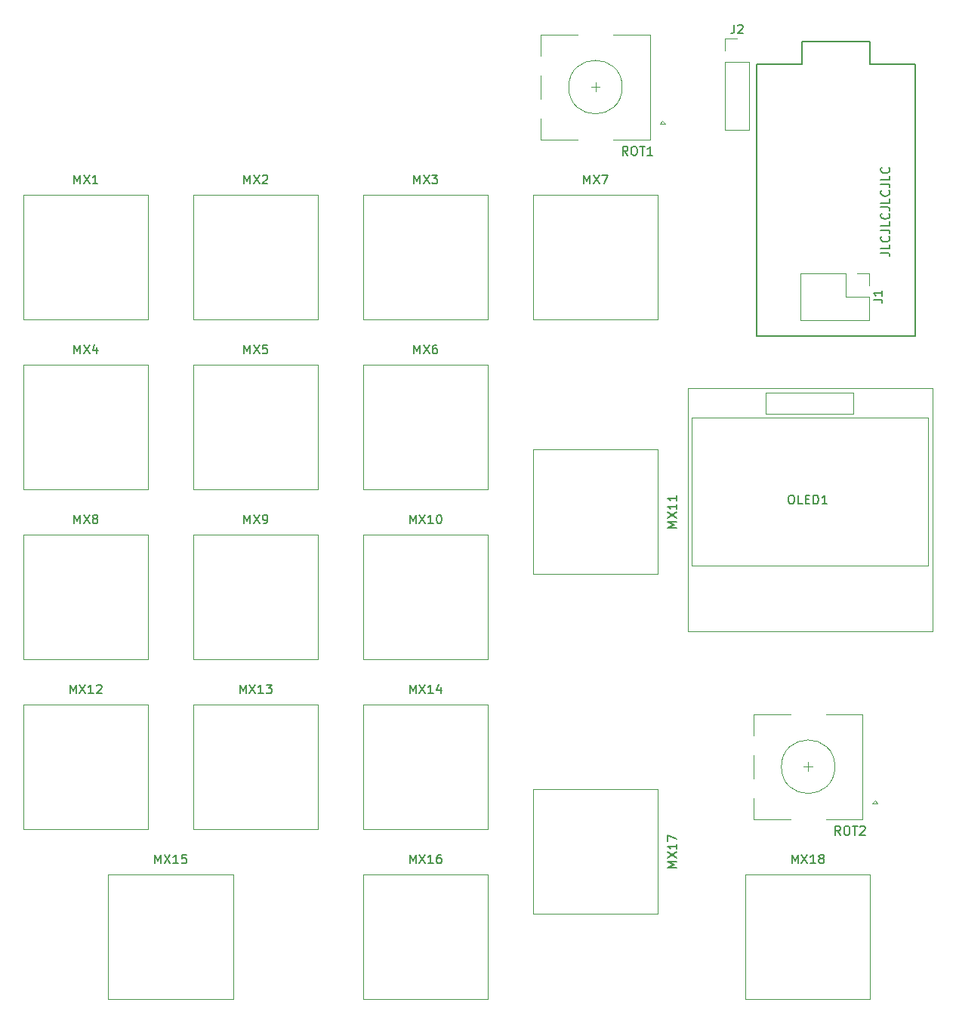
<source format=gto>
%TF.GenerationSoftware,KiCad,Pcbnew,(6.0.0)*%
%TF.CreationDate,2022-02-13T19:48:52-05:00*%
%TF.ProjectId,numpad,6e756d70-6164-42e6-9b69-6361645f7063,rev?*%
%TF.SameCoordinates,Original*%
%TF.FileFunction,Legend,Top*%
%TF.FilePolarity,Positive*%
%FSLAX46Y46*%
G04 Gerber Fmt 4.6, Leading zero omitted, Abs format (unit mm)*
G04 Created by KiCad (PCBNEW (6.0.0)) date 2022-02-13 19:48:52*
%MOMM*%
%LPD*%
G01*
G04 APERTURE LIST*
%ADD10C,0.150000*%
%ADD11C,0.120000*%
%ADD12R,1.600000X1.600000*%
%ADD13C,1.600000*%
%ADD14R,1.700000X1.700000*%
%ADD15O,1.700000X1.700000*%
%ADD16O,1.600000X2.000000*%
%ADD17R,2.000000X2.000000*%
%ADD18C,2.000000*%
%ADD19R,3.200000X2.000000*%
%ADD20C,6.400000*%
%ADD21C,4.000000*%
%ADD22C,1.750000*%
%ADD23C,3.000000*%
%ADD24C,3.050000*%
G04 APERTURE END LIST*
D10*
X178045780Y-88435954D02*
X178760066Y-88435954D01*
X178902923Y-88483573D01*
X178998161Y-88578811D01*
X179045780Y-88721669D01*
X179045780Y-88816907D01*
X179045780Y-87483573D02*
X179045780Y-87959764D01*
X178045780Y-87959764D01*
X178950542Y-86578811D02*
X178998161Y-86626430D01*
X179045780Y-86769288D01*
X179045780Y-86864526D01*
X178998161Y-87007383D01*
X178902923Y-87102621D01*
X178807685Y-87150240D01*
X178617209Y-87197859D01*
X178474352Y-87197859D01*
X178283876Y-87150240D01*
X178188638Y-87102621D01*
X178093400Y-87007383D01*
X178045780Y-86864526D01*
X178045780Y-86769288D01*
X178093400Y-86626430D01*
X178141019Y-86578811D01*
X178045780Y-85864526D02*
X178760066Y-85864526D01*
X178902923Y-85912145D01*
X178998161Y-86007383D01*
X179045780Y-86150240D01*
X179045780Y-86245478D01*
X179045780Y-84912145D02*
X179045780Y-85388335D01*
X178045780Y-85388335D01*
X178950542Y-84007383D02*
X178998161Y-84055002D01*
X179045780Y-84197859D01*
X179045780Y-84293097D01*
X178998161Y-84435954D01*
X178902923Y-84531192D01*
X178807685Y-84578811D01*
X178617209Y-84626430D01*
X178474352Y-84626430D01*
X178283876Y-84578811D01*
X178188638Y-84531192D01*
X178093400Y-84435954D01*
X178045780Y-84293097D01*
X178045780Y-84197859D01*
X178093400Y-84055002D01*
X178141019Y-84007383D01*
X178045780Y-83293097D02*
X178760066Y-83293097D01*
X178902923Y-83340716D01*
X178998161Y-83435954D01*
X179045780Y-83578811D01*
X179045780Y-83674050D01*
X179045780Y-82340716D02*
X179045780Y-82816907D01*
X178045780Y-82816907D01*
X178950542Y-81435954D02*
X178998161Y-81483573D01*
X179045780Y-81626430D01*
X179045780Y-81721669D01*
X178998161Y-81864526D01*
X178902923Y-81959764D01*
X178807685Y-82007383D01*
X178617209Y-82055002D01*
X178474352Y-82055002D01*
X178283876Y-82007383D01*
X178188638Y-81959764D01*
X178093400Y-81864526D01*
X178045780Y-81721669D01*
X178045780Y-81626430D01*
X178093400Y-81483573D01*
X178141019Y-81435954D01*
X178045780Y-80721669D02*
X178760066Y-80721669D01*
X178902923Y-80769288D01*
X178998161Y-80864526D01*
X179045780Y-81007383D01*
X179045780Y-81102621D01*
X179045780Y-79769288D02*
X179045780Y-80245478D01*
X178045780Y-80245478D01*
X178950542Y-78864526D02*
X178998161Y-78912145D01*
X179045780Y-79055002D01*
X179045780Y-79150240D01*
X178998161Y-79293097D01*
X178902923Y-79388335D01*
X178807685Y-79435954D01*
X178617209Y-79483573D01*
X178474352Y-79483573D01*
X178283876Y-79435954D01*
X178188638Y-79388335D01*
X178093400Y-79293097D01*
X178045780Y-79150240D01*
X178045780Y-79055002D01*
X178093400Y-78912145D01*
X178141019Y-78864526D01*
%TO.C,J1*%
X177200980Y-93672770D02*
X177915266Y-93672770D01*
X178058123Y-93720389D01*
X178153361Y-93815627D01*
X178200980Y-93958484D01*
X178200980Y-94053722D01*
X178200980Y-92672770D02*
X178200980Y-93244198D01*
X178200980Y-92958484D02*
X177200980Y-92958484D01*
X177343838Y-93053722D01*
X177439076Y-93148960D01*
X177486695Y-93244198D01*
%TO.C,OLED1*%
X167923228Y-115586580D02*
X168113704Y-115586580D01*
X168208942Y-115634200D01*
X168304180Y-115729438D01*
X168351800Y-115919914D01*
X168351800Y-116253247D01*
X168304180Y-116443723D01*
X168208942Y-116538961D01*
X168113704Y-116586580D01*
X167923228Y-116586580D01*
X167827990Y-116538961D01*
X167732752Y-116443723D01*
X167685133Y-116253247D01*
X167685133Y-115919914D01*
X167732752Y-115729438D01*
X167827990Y-115634200D01*
X167923228Y-115586580D01*
X169256561Y-116586580D02*
X168780371Y-116586580D01*
X168780371Y-115586580D01*
X169589895Y-116062771D02*
X169923228Y-116062771D01*
X170066085Y-116586580D02*
X169589895Y-116586580D01*
X169589895Y-115586580D01*
X170066085Y-115586580D01*
X170494657Y-116586580D02*
X170494657Y-115586580D01*
X170732752Y-115586580D01*
X170875609Y-115634200D01*
X170970847Y-115729438D01*
X171018466Y-115824676D01*
X171066085Y-116015152D01*
X171066085Y-116158009D01*
X171018466Y-116348485D01*
X170970847Y-116443723D01*
X170875609Y-116538961D01*
X170732752Y-116586580D01*
X170494657Y-116586580D01*
X172018466Y-116586580D02*
X171447038Y-116586580D01*
X171732752Y-116586580D02*
X171732752Y-115586580D01*
X171637514Y-115729438D01*
X171542276Y-115824676D01*
X171447038Y-115872295D01*
%TO.C,ROT2*%
X173520521Y-153697430D02*
X173187188Y-153221240D01*
X172949092Y-153697430D02*
X172949092Y-152697430D01*
X173330045Y-152697430D01*
X173425283Y-152745050D01*
X173472902Y-152792669D01*
X173520521Y-152887907D01*
X173520521Y-153030764D01*
X173472902Y-153126002D01*
X173425283Y-153173621D01*
X173330045Y-153221240D01*
X172949092Y-153221240D01*
X174139569Y-152697430D02*
X174330045Y-152697430D01*
X174425283Y-152745050D01*
X174520521Y-152840288D01*
X174568140Y-153030764D01*
X174568140Y-153364097D01*
X174520521Y-153554573D01*
X174425283Y-153649811D01*
X174330045Y-153697430D01*
X174139569Y-153697430D01*
X174044330Y-153649811D01*
X173949092Y-153554573D01*
X173901473Y-153364097D01*
X173901473Y-153030764D01*
X173949092Y-152840288D01*
X174044330Y-152745050D01*
X174139569Y-152697430D01*
X174853854Y-152697430D02*
X175425283Y-152697430D01*
X175139569Y-153697430D02*
X175139569Y-152697430D01*
X175710997Y-152792669D02*
X175758616Y-152745050D01*
X175853854Y-152697430D01*
X176091950Y-152697430D01*
X176187188Y-152745050D01*
X176234807Y-152792669D01*
X176282426Y-152887907D01*
X176282426Y-152983145D01*
X176234807Y-153126002D01*
X175663378Y-153697430D01*
X176282426Y-153697430D01*
%TO.C,J2*%
X161591516Y-62844880D02*
X161591516Y-63559166D01*
X161543897Y-63702023D01*
X161448659Y-63797261D01*
X161305802Y-63844880D01*
X161210564Y-63844880D01*
X162020088Y-62940119D02*
X162067707Y-62892500D01*
X162162945Y-62844880D01*
X162401040Y-62844880D01*
X162496278Y-62892500D01*
X162543897Y-62940119D01*
X162591516Y-63035357D01*
X162591516Y-63130595D01*
X162543897Y-63273452D01*
X161972469Y-63844880D01*
X162591516Y-63844880D01*
%TO.C,MX1*%
X87609335Y-80684930D02*
X87609335Y-79684930D01*
X87942669Y-80399216D01*
X88276002Y-79684930D01*
X88276002Y-80684930D01*
X88656954Y-79684930D02*
X89323621Y-80684930D01*
X89323621Y-79684930D02*
X88656954Y-80684930D01*
X90228383Y-80684930D02*
X89656954Y-80684930D01*
X89942669Y-80684930D02*
X89942669Y-79684930D01*
X89847430Y-79827788D01*
X89752192Y-79923026D01*
X89656954Y-79970645D01*
%TO.C,MX12*%
X87133145Y-137834930D02*
X87133145Y-136834930D01*
X87466478Y-137549216D01*
X87799811Y-136834930D01*
X87799811Y-137834930D01*
X88180764Y-136834930D02*
X88847430Y-137834930D01*
X88847430Y-136834930D02*
X88180764Y-137834930D01*
X89752192Y-137834930D02*
X89180764Y-137834930D01*
X89466478Y-137834930D02*
X89466478Y-136834930D01*
X89371240Y-136977788D01*
X89276002Y-137073026D01*
X89180764Y-137120645D01*
X90133145Y-136930169D02*
X90180764Y-136882550D01*
X90276002Y-136834930D01*
X90514097Y-136834930D01*
X90609335Y-136882550D01*
X90656954Y-136930169D01*
X90704573Y-137025407D01*
X90704573Y-137120645D01*
X90656954Y-137263502D01*
X90085526Y-137834930D01*
X90704573Y-137834930D01*
%TO.C,MX16*%
X125233145Y-156884930D02*
X125233145Y-155884930D01*
X125566478Y-156599216D01*
X125899811Y-155884930D01*
X125899811Y-156884930D01*
X126280764Y-155884930D02*
X126947430Y-156884930D01*
X126947430Y-155884930D02*
X126280764Y-156884930D01*
X127852192Y-156884930D02*
X127280764Y-156884930D01*
X127566478Y-156884930D02*
X127566478Y-155884930D01*
X127471240Y-156027788D01*
X127376002Y-156123026D01*
X127280764Y-156170645D01*
X128709335Y-155884930D02*
X128518859Y-155884930D01*
X128423621Y-155932550D01*
X128376002Y-155980169D01*
X128280764Y-156123026D01*
X128233145Y-156313502D01*
X128233145Y-156694454D01*
X128280764Y-156789692D01*
X128328383Y-156837311D01*
X128423621Y-156884930D01*
X128614097Y-156884930D01*
X128709335Y-156837311D01*
X128756954Y-156789692D01*
X128804573Y-156694454D01*
X128804573Y-156456359D01*
X128756954Y-156361121D01*
X128709335Y-156313502D01*
X128614097Y-156265883D01*
X128423621Y-156265883D01*
X128328383Y-156313502D01*
X128280764Y-156361121D01*
X128233145Y-156456359D01*
%TO.C,MX7*%
X144759335Y-80684930D02*
X144759335Y-79684930D01*
X145092669Y-80399216D01*
X145426002Y-79684930D01*
X145426002Y-80684930D01*
X145806954Y-79684930D02*
X146473621Y-80684930D01*
X146473621Y-79684930D02*
X145806954Y-80684930D01*
X146759335Y-79684930D02*
X147426002Y-79684930D01*
X146997430Y-80684930D01*
%TO.C,MX2*%
X106659335Y-80684930D02*
X106659335Y-79684930D01*
X106992669Y-80399216D01*
X107326002Y-79684930D01*
X107326002Y-80684930D01*
X107706954Y-79684930D02*
X108373621Y-80684930D01*
X108373621Y-79684930D02*
X107706954Y-80684930D01*
X108706954Y-79780169D02*
X108754573Y-79732550D01*
X108849811Y-79684930D01*
X109087907Y-79684930D01*
X109183145Y-79732550D01*
X109230764Y-79780169D01*
X109278383Y-79875407D01*
X109278383Y-79970645D01*
X109230764Y-80113502D01*
X108659335Y-80684930D01*
X109278383Y-80684930D01*
%TO.C,MX18*%
X168095645Y-156884930D02*
X168095645Y-155884930D01*
X168428978Y-156599216D01*
X168762311Y-155884930D01*
X168762311Y-156884930D01*
X169143264Y-155884930D02*
X169809930Y-156884930D01*
X169809930Y-155884930D02*
X169143264Y-156884930D01*
X170714692Y-156884930D02*
X170143264Y-156884930D01*
X170428978Y-156884930D02*
X170428978Y-155884930D01*
X170333740Y-156027788D01*
X170238502Y-156123026D01*
X170143264Y-156170645D01*
X171286121Y-156313502D02*
X171190883Y-156265883D01*
X171143264Y-156218264D01*
X171095645Y-156123026D01*
X171095645Y-156075407D01*
X171143264Y-155980169D01*
X171190883Y-155932550D01*
X171286121Y-155884930D01*
X171476597Y-155884930D01*
X171571835Y-155932550D01*
X171619454Y-155980169D01*
X171667073Y-156075407D01*
X171667073Y-156123026D01*
X171619454Y-156218264D01*
X171571835Y-156265883D01*
X171476597Y-156313502D01*
X171286121Y-156313502D01*
X171190883Y-156361121D01*
X171143264Y-156408740D01*
X171095645Y-156503978D01*
X171095645Y-156694454D01*
X171143264Y-156789692D01*
X171190883Y-156837311D01*
X171286121Y-156884930D01*
X171476597Y-156884930D01*
X171571835Y-156837311D01*
X171619454Y-156789692D01*
X171667073Y-156694454D01*
X171667073Y-156503978D01*
X171619454Y-156408740D01*
X171571835Y-156361121D01*
X171476597Y-156313502D01*
%TO.C,MX15*%
X96658145Y-156884930D02*
X96658145Y-155884930D01*
X96991478Y-156599216D01*
X97324811Y-155884930D01*
X97324811Y-156884930D01*
X97705764Y-155884930D02*
X98372430Y-156884930D01*
X98372430Y-155884930D02*
X97705764Y-156884930D01*
X99277192Y-156884930D02*
X98705764Y-156884930D01*
X98991478Y-156884930D02*
X98991478Y-155884930D01*
X98896240Y-156027788D01*
X98801002Y-156123026D01*
X98705764Y-156170645D01*
X100181954Y-155884930D02*
X99705764Y-155884930D01*
X99658145Y-156361121D01*
X99705764Y-156313502D01*
X99801002Y-156265883D01*
X100039097Y-156265883D01*
X100134335Y-156313502D01*
X100181954Y-156361121D01*
X100229573Y-156456359D01*
X100229573Y-156694454D01*
X100181954Y-156789692D01*
X100134335Y-156837311D01*
X100039097Y-156884930D01*
X99801002Y-156884930D01*
X99705764Y-156837311D01*
X99658145Y-156789692D01*
%TO.C,MX17*%
X155159930Y-157331954D02*
X154159930Y-157331954D01*
X154874216Y-156998621D01*
X154159930Y-156665288D01*
X155159930Y-156665288D01*
X154159930Y-156284335D02*
X155159930Y-155617669D01*
X154159930Y-155617669D02*
X155159930Y-156284335D01*
X155159930Y-154712907D02*
X155159930Y-155284335D01*
X155159930Y-154998621D02*
X154159930Y-154998621D01*
X154302788Y-155093859D01*
X154398026Y-155189097D01*
X154445645Y-155284335D01*
X154159930Y-154379573D02*
X154159930Y-153712907D01*
X155159930Y-154141478D01*
%TO.C,ROT1*%
X149673621Y-77497430D02*
X149340288Y-77021240D01*
X149102192Y-77497430D02*
X149102192Y-76497430D01*
X149483145Y-76497430D01*
X149578383Y-76545050D01*
X149626002Y-76592669D01*
X149673621Y-76687907D01*
X149673621Y-76830764D01*
X149626002Y-76926002D01*
X149578383Y-76973621D01*
X149483145Y-77021240D01*
X149102192Y-77021240D01*
X150292669Y-76497430D02*
X150483145Y-76497430D01*
X150578383Y-76545050D01*
X150673621Y-76640288D01*
X150721240Y-76830764D01*
X150721240Y-77164097D01*
X150673621Y-77354573D01*
X150578383Y-77449811D01*
X150483145Y-77497430D01*
X150292669Y-77497430D01*
X150197430Y-77449811D01*
X150102192Y-77354573D01*
X150054573Y-77164097D01*
X150054573Y-76830764D01*
X150102192Y-76640288D01*
X150197430Y-76545050D01*
X150292669Y-76497430D01*
X151006954Y-76497430D02*
X151578383Y-76497430D01*
X151292669Y-77497430D02*
X151292669Y-76497430D01*
X152435526Y-77497430D02*
X151864097Y-77497430D01*
X152149811Y-77497430D02*
X152149811Y-76497430D01*
X152054573Y-76640288D01*
X151959335Y-76735526D01*
X151864097Y-76783145D01*
%TO.C,MX3*%
X125709335Y-80684930D02*
X125709335Y-79684930D01*
X126042669Y-80399216D01*
X126376002Y-79684930D01*
X126376002Y-80684930D01*
X126756954Y-79684930D02*
X127423621Y-80684930D01*
X127423621Y-79684930D02*
X126756954Y-80684930D01*
X127709335Y-79684930D02*
X128328383Y-79684930D01*
X127995050Y-80065883D01*
X128137907Y-80065883D01*
X128233145Y-80113502D01*
X128280764Y-80161121D01*
X128328383Y-80256359D01*
X128328383Y-80494454D01*
X128280764Y-80589692D01*
X128233145Y-80637311D01*
X128137907Y-80684930D01*
X127852192Y-80684930D01*
X127756954Y-80637311D01*
X127709335Y-80589692D01*
%TO.C,MX6*%
X125709335Y-99734930D02*
X125709335Y-98734930D01*
X126042669Y-99449216D01*
X126376002Y-98734930D01*
X126376002Y-99734930D01*
X126756954Y-98734930D02*
X127423621Y-99734930D01*
X127423621Y-98734930D02*
X126756954Y-99734930D01*
X128233145Y-98734930D02*
X128042669Y-98734930D01*
X127947430Y-98782550D01*
X127899811Y-98830169D01*
X127804573Y-98973026D01*
X127756954Y-99163502D01*
X127756954Y-99544454D01*
X127804573Y-99639692D01*
X127852192Y-99687311D01*
X127947430Y-99734930D01*
X128137907Y-99734930D01*
X128233145Y-99687311D01*
X128280764Y-99639692D01*
X128328383Y-99544454D01*
X128328383Y-99306359D01*
X128280764Y-99211121D01*
X128233145Y-99163502D01*
X128137907Y-99115883D01*
X127947430Y-99115883D01*
X127852192Y-99163502D01*
X127804573Y-99211121D01*
X127756954Y-99306359D01*
%TO.C,MX13*%
X106183145Y-137834930D02*
X106183145Y-136834930D01*
X106516478Y-137549216D01*
X106849811Y-136834930D01*
X106849811Y-137834930D01*
X107230764Y-136834930D02*
X107897430Y-137834930D01*
X107897430Y-136834930D02*
X107230764Y-137834930D01*
X108802192Y-137834930D02*
X108230764Y-137834930D01*
X108516478Y-137834930D02*
X108516478Y-136834930D01*
X108421240Y-136977788D01*
X108326002Y-137073026D01*
X108230764Y-137120645D01*
X109135526Y-136834930D02*
X109754573Y-136834930D01*
X109421240Y-137215883D01*
X109564097Y-137215883D01*
X109659335Y-137263502D01*
X109706954Y-137311121D01*
X109754573Y-137406359D01*
X109754573Y-137644454D01*
X109706954Y-137739692D01*
X109659335Y-137787311D01*
X109564097Y-137834930D01*
X109278383Y-137834930D01*
X109183145Y-137787311D01*
X109135526Y-137739692D01*
%TO.C,MX11*%
X155159930Y-119231954D02*
X154159930Y-119231954D01*
X154874216Y-118898621D01*
X154159930Y-118565288D01*
X155159930Y-118565288D01*
X154159930Y-118184335D02*
X155159930Y-117517669D01*
X154159930Y-117517669D02*
X155159930Y-118184335D01*
X155159930Y-116612907D02*
X155159930Y-117184335D01*
X155159930Y-116898621D02*
X154159930Y-116898621D01*
X154302788Y-116993859D01*
X154398026Y-117089097D01*
X154445645Y-117184335D01*
X155159930Y-115660526D02*
X155159930Y-116231954D01*
X155159930Y-115946240D02*
X154159930Y-115946240D01*
X154302788Y-116041478D01*
X154398026Y-116136716D01*
X154445645Y-116231954D01*
%TO.C,MX5*%
X106659335Y-99734930D02*
X106659335Y-98734930D01*
X106992669Y-99449216D01*
X107326002Y-98734930D01*
X107326002Y-99734930D01*
X107706954Y-98734930D02*
X108373621Y-99734930D01*
X108373621Y-98734930D02*
X107706954Y-99734930D01*
X109230764Y-98734930D02*
X108754573Y-98734930D01*
X108706954Y-99211121D01*
X108754573Y-99163502D01*
X108849811Y-99115883D01*
X109087907Y-99115883D01*
X109183145Y-99163502D01*
X109230764Y-99211121D01*
X109278383Y-99306359D01*
X109278383Y-99544454D01*
X109230764Y-99639692D01*
X109183145Y-99687311D01*
X109087907Y-99734930D01*
X108849811Y-99734930D01*
X108754573Y-99687311D01*
X108706954Y-99639692D01*
%TO.C,MX9*%
X106659335Y-118784930D02*
X106659335Y-117784930D01*
X106992669Y-118499216D01*
X107326002Y-117784930D01*
X107326002Y-118784930D01*
X107706954Y-117784930D02*
X108373621Y-118784930D01*
X108373621Y-117784930D02*
X107706954Y-118784930D01*
X108802192Y-118784930D02*
X108992669Y-118784930D01*
X109087907Y-118737311D01*
X109135526Y-118689692D01*
X109230764Y-118546835D01*
X109278383Y-118356359D01*
X109278383Y-117975407D01*
X109230764Y-117880169D01*
X109183145Y-117832550D01*
X109087907Y-117784930D01*
X108897430Y-117784930D01*
X108802192Y-117832550D01*
X108754573Y-117880169D01*
X108706954Y-117975407D01*
X108706954Y-118213502D01*
X108754573Y-118308740D01*
X108802192Y-118356359D01*
X108897430Y-118403978D01*
X109087907Y-118403978D01*
X109183145Y-118356359D01*
X109230764Y-118308740D01*
X109278383Y-118213502D01*
%TO.C,MX10*%
X125233145Y-118784930D02*
X125233145Y-117784930D01*
X125566478Y-118499216D01*
X125899811Y-117784930D01*
X125899811Y-118784930D01*
X126280764Y-117784930D02*
X126947430Y-118784930D01*
X126947430Y-117784930D02*
X126280764Y-118784930D01*
X127852192Y-118784930D02*
X127280764Y-118784930D01*
X127566478Y-118784930D02*
X127566478Y-117784930D01*
X127471240Y-117927788D01*
X127376002Y-118023026D01*
X127280764Y-118070645D01*
X128471240Y-117784930D02*
X128566478Y-117784930D01*
X128661716Y-117832550D01*
X128709335Y-117880169D01*
X128756954Y-117975407D01*
X128804573Y-118165883D01*
X128804573Y-118403978D01*
X128756954Y-118594454D01*
X128709335Y-118689692D01*
X128661716Y-118737311D01*
X128566478Y-118784930D01*
X128471240Y-118784930D01*
X128376002Y-118737311D01*
X128328383Y-118689692D01*
X128280764Y-118594454D01*
X128233145Y-118403978D01*
X128233145Y-118165883D01*
X128280764Y-117975407D01*
X128328383Y-117880169D01*
X128376002Y-117832550D01*
X128471240Y-117784930D01*
%TO.C,MX14*%
X125233145Y-137834930D02*
X125233145Y-136834930D01*
X125566478Y-137549216D01*
X125899811Y-136834930D01*
X125899811Y-137834930D01*
X126280764Y-136834930D02*
X126947430Y-137834930D01*
X126947430Y-136834930D02*
X126280764Y-137834930D01*
X127852192Y-137834930D02*
X127280764Y-137834930D01*
X127566478Y-137834930D02*
X127566478Y-136834930D01*
X127471240Y-136977788D01*
X127376002Y-137073026D01*
X127280764Y-137120645D01*
X128709335Y-137168264D02*
X128709335Y-137834930D01*
X128471240Y-136787311D02*
X128233145Y-137501597D01*
X128852192Y-137501597D01*
%TO.C,MX4*%
X87609335Y-99734930D02*
X87609335Y-98734930D01*
X87942669Y-99449216D01*
X88276002Y-98734930D01*
X88276002Y-99734930D01*
X88656954Y-98734930D02*
X89323621Y-99734930D01*
X89323621Y-98734930D02*
X88656954Y-99734930D01*
X90133145Y-99068264D02*
X90133145Y-99734930D01*
X89895050Y-98687311D02*
X89656954Y-99401597D01*
X90276002Y-99401597D01*
%TO.C,MX8*%
X87609335Y-118784930D02*
X87609335Y-117784930D01*
X87942669Y-118499216D01*
X88276002Y-117784930D01*
X88276002Y-118784930D01*
X88656954Y-117784930D02*
X89323621Y-118784930D01*
X89323621Y-117784930D02*
X88656954Y-118784930D01*
X89847430Y-118213502D02*
X89752192Y-118165883D01*
X89704573Y-118118264D01*
X89656954Y-118023026D01*
X89656954Y-117975407D01*
X89704573Y-117880169D01*
X89752192Y-117832550D01*
X89847430Y-117784930D01*
X90037907Y-117784930D01*
X90133145Y-117832550D01*
X90180764Y-117880169D01*
X90228383Y-117975407D01*
X90228383Y-118023026D01*
X90180764Y-118118264D01*
X90133145Y-118165883D01*
X90037907Y-118213502D01*
X89847430Y-118213502D01*
X89752192Y-118261121D01*
X89704573Y-118308740D01*
X89656954Y-118403978D01*
X89656954Y-118594454D01*
X89704573Y-118689692D01*
X89752192Y-118737311D01*
X89847430Y-118784930D01*
X90037907Y-118784930D01*
X90133145Y-118737311D01*
X90180764Y-118689692D01*
X90228383Y-118594454D01*
X90228383Y-118403978D01*
X90180764Y-118308740D01*
X90133145Y-118261121D01*
X90037907Y-118213502D01*
D11*
%TO.C,J1*%
X176748600Y-95939437D02*
X169008600Y-95939437D01*
X175418600Y-90739437D02*
X176748600Y-90739437D01*
X176748600Y-90739437D02*
X176748600Y-92069437D01*
X176748600Y-93339437D02*
X176748600Y-95939437D01*
X174148600Y-93339437D02*
X176748600Y-93339437D01*
X169008600Y-90739437D02*
X169008600Y-95939437D01*
X174148600Y-90739437D02*
X169008600Y-90739437D01*
X174148600Y-90739437D02*
X174148600Y-93339437D01*
%TO.C,OLED1*%
X179973800Y-123475200D02*
X156873800Y-123475200D01*
X156451800Y-103580200D02*
X183851800Y-103580200D01*
X179973800Y-106875200D02*
X183059800Y-106875200D01*
X165152800Y-104069200D02*
X165152800Y-106482200D01*
X156451800Y-130880200D02*
X156451800Y-103580200D01*
X165152800Y-104069200D02*
X174931800Y-104069200D01*
X174931800Y-106482200D02*
X165152800Y-106482200D01*
X156873800Y-123475200D02*
X156873800Y-106875200D01*
X183851800Y-103580200D02*
X183851800Y-130880200D01*
X156873800Y-106875200D02*
X179973800Y-106875200D01*
X179973800Y-123475200D02*
X183313800Y-123500200D01*
X174931800Y-104069200D02*
X174931800Y-106482200D01*
X183313800Y-123500200D02*
X183313800Y-106863200D01*
X183851800Y-130880200D02*
X156451800Y-130880200D01*
X183313800Y-106863200D02*
X183059800Y-106875200D01*
%TO.C,ROT2*%
X167891950Y-151945050D02*
X163791950Y-151945050D01*
X163791950Y-142545050D02*
X163791950Y-140145050D01*
X175991950Y-151945050D02*
X175991950Y-140145050D01*
X177091950Y-150145050D02*
X177391950Y-149845050D01*
X170391950Y-146045050D02*
X169391950Y-146045050D01*
X171891950Y-140145050D02*
X175991950Y-140145050D01*
X163791950Y-151945050D02*
X163791950Y-149545050D01*
X163791950Y-147345050D02*
X163791950Y-144745050D01*
X163791950Y-140145050D02*
X167891950Y-140145050D01*
X169891950Y-146545050D02*
X169891950Y-145545050D01*
X177691950Y-150145050D02*
X177091950Y-150145050D01*
X171891950Y-151945050D02*
X175991950Y-151945050D01*
X177391950Y-149845050D02*
X177691950Y-150145050D01*
X172891950Y-146045050D02*
G75*
G03*
X172891950Y-146045050I-3000000J0D01*
G01*
%TO.C,J2*%
X160594850Y-74672500D02*
X163254850Y-74672500D01*
X160594850Y-65722500D02*
X160594850Y-64392500D01*
X163254850Y-66992500D02*
X163254850Y-74672500D01*
X160594850Y-66992500D02*
X160594850Y-74672500D01*
X160594850Y-66992500D02*
X163254850Y-66992500D01*
X160594850Y-64392500D02*
X161924850Y-64392500D01*
D10*
%TO.C,U1*%
X176847500Y-67305050D02*
X181927500Y-67305050D01*
X169227500Y-64765050D02*
X176847500Y-64765050D01*
X176847500Y-64765050D02*
X176847500Y-67305050D01*
X181927500Y-67305050D02*
X181927500Y-97785050D01*
X169227500Y-67305050D02*
X169227500Y-64765050D01*
X164147500Y-67305050D02*
X164147500Y-97785050D01*
X181927500Y-97785050D02*
X164147500Y-97785050D01*
X164147500Y-67305050D02*
X169227500Y-67305050D01*
D11*
%TO.C,MX1*%
X81895050Y-81895050D02*
X81895050Y-95895050D01*
X95895050Y-95895050D02*
X81895050Y-95895050D01*
X81895050Y-81895050D02*
X95895050Y-81895050D01*
X95895050Y-81895050D02*
X95895050Y-95895050D01*
%TO.C,MX12*%
X95895050Y-153045050D02*
X81895050Y-153045050D01*
X81895050Y-139045050D02*
X81895050Y-153045050D01*
X95895050Y-139045050D02*
X95895050Y-153045050D01*
X81895050Y-139045050D02*
X95895050Y-139045050D01*
%TO.C,MX16*%
X119995050Y-158095050D02*
X119995050Y-172095050D01*
X133995050Y-158095050D02*
X133995050Y-172095050D01*
X119995050Y-158095050D02*
X133995050Y-158095050D01*
X133995050Y-172095050D02*
X119995050Y-172095050D01*
%TO.C,MX7*%
X139045050Y-81895050D02*
X153045050Y-81895050D01*
X153045050Y-81895050D02*
X153045050Y-95895050D01*
X139045050Y-81895050D02*
X139045050Y-95895050D01*
X153045050Y-95895050D02*
X139045050Y-95895050D01*
%TO.C,MX2*%
X100945050Y-81895050D02*
X114945050Y-81895050D01*
X100945050Y-81895050D02*
X100945050Y-95895050D01*
X114945050Y-81895050D02*
X114945050Y-95895050D01*
X114945050Y-95895050D02*
X100945050Y-95895050D01*
%TO.C,MX18*%
X176857550Y-158095050D02*
X176857550Y-172095050D01*
X162857550Y-158095050D02*
X162857550Y-172095050D01*
X162857550Y-158095050D02*
X176857550Y-158095050D01*
X176857550Y-172095050D02*
X162857550Y-172095050D01*
%TO.C,MX15*%
X91420050Y-158095050D02*
X105420050Y-158095050D01*
X105420050Y-172095050D02*
X91420050Y-172095050D01*
X105420050Y-158095050D02*
X105420050Y-172095050D01*
X91420050Y-158095050D02*
X91420050Y-172095050D01*
%TO.C,MX17*%
X153045050Y-162570050D02*
X139045050Y-162570050D01*
X153045050Y-148570050D02*
X153045050Y-162570050D01*
X153045050Y-148570050D02*
X139045050Y-148570050D01*
X139045050Y-162570050D02*
X139045050Y-148570050D01*
%TO.C,ROT1*%
X153245050Y-73945050D02*
X153545050Y-73645050D01*
X144045050Y-75745050D02*
X139945050Y-75745050D01*
X152145050Y-75745050D02*
X152145050Y-63945050D01*
X153545050Y-73645050D02*
X153845050Y-73945050D01*
X139945050Y-71145050D02*
X139945050Y-68545050D01*
X139945050Y-66345050D02*
X139945050Y-63945050D01*
X148045050Y-75745050D02*
X152145050Y-75745050D01*
X148045050Y-63945050D02*
X152145050Y-63945050D01*
X153845050Y-73945050D02*
X153245050Y-73945050D01*
X146045050Y-70345050D02*
X146045050Y-69345050D01*
X139945050Y-75745050D02*
X139945050Y-73345050D01*
X146545050Y-69845050D02*
X145545050Y-69845050D01*
X139945050Y-63945050D02*
X144045050Y-63945050D01*
X149045050Y-69845050D02*
G75*
G03*
X149045050Y-69845050I-3000000J0D01*
G01*
%TO.C,MX3*%
X119995050Y-81895050D02*
X133995050Y-81895050D01*
X133995050Y-81895050D02*
X133995050Y-95895050D01*
X133995050Y-95895050D02*
X119995050Y-95895050D01*
X119995050Y-81895050D02*
X119995050Y-95895050D01*
%TO.C,MX6*%
X133995050Y-114945050D02*
X119995050Y-114945050D01*
X133995050Y-100945050D02*
X133995050Y-114945050D01*
X119995050Y-100945050D02*
X133995050Y-100945050D01*
X119995050Y-100945050D02*
X119995050Y-114945050D01*
%TO.C,MX13*%
X100945050Y-139045050D02*
X114945050Y-139045050D01*
X114945050Y-139045050D02*
X114945050Y-153045050D01*
X100945050Y-139045050D02*
X100945050Y-153045050D01*
X114945050Y-153045050D02*
X100945050Y-153045050D01*
%TO.C,MX11*%
X153045050Y-110470050D02*
X153045050Y-124470050D01*
X153045050Y-124470050D02*
X139045050Y-124470050D01*
X139045050Y-124470050D02*
X139045050Y-110470050D01*
X153045050Y-110470050D02*
X139045050Y-110470050D01*
%TO.C,MX5*%
X114945050Y-100945050D02*
X114945050Y-114945050D01*
X100945050Y-100945050D02*
X100945050Y-114945050D01*
X100945050Y-100945050D02*
X114945050Y-100945050D01*
X114945050Y-114945050D02*
X100945050Y-114945050D01*
%TO.C,MX9*%
X114945050Y-133995050D02*
X100945050Y-133995050D01*
X100945050Y-119995050D02*
X100945050Y-133995050D01*
X114945050Y-119995050D02*
X114945050Y-133995050D01*
X100945050Y-119995050D02*
X114945050Y-119995050D01*
%TO.C,MX10*%
X133995050Y-133995050D02*
X119995050Y-133995050D01*
X133995050Y-119995050D02*
X133995050Y-133995050D01*
X119995050Y-119995050D02*
X133995050Y-119995050D01*
X119995050Y-119995050D02*
X119995050Y-133995050D01*
%TO.C,MX14*%
X133995050Y-153045050D02*
X119995050Y-153045050D01*
X119995050Y-139045050D02*
X119995050Y-153045050D01*
X133995050Y-139045050D02*
X133995050Y-153045050D01*
X119995050Y-139045050D02*
X133995050Y-139045050D01*
%TO.C,MX4*%
X95895050Y-100945050D02*
X95895050Y-114945050D01*
X81895050Y-100945050D02*
X81895050Y-114945050D01*
X95895050Y-114945050D02*
X81895050Y-114945050D01*
X81895050Y-100945050D02*
X95895050Y-100945050D01*
%TO.C,MX8*%
X95895050Y-119995050D02*
X95895050Y-133995050D01*
X81895050Y-119995050D02*
X81895050Y-133995050D01*
X95895050Y-133995050D02*
X81895050Y-133995050D01*
X81895050Y-119995050D02*
X95895050Y-119995050D01*
%TD*%
D12*
%TO.C,U1*%
X165417500Y-68575050D03*
D13*
X165417500Y-71115050D03*
X165417500Y-73655050D03*
X165417500Y-76195050D03*
X165417500Y-78735050D03*
X165417500Y-81275050D03*
X165417500Y-83815050D03*
X165417500Y-86355050D03*
X165417500Y-88895050D03*
X165417500Y-91435050D03*
X165417500Y-93975050D03*
X165417500Y-96515050D03*
X180657500Y-96515050D03*
X180657500Y-93975050D03*
X180657500Y-91435050D03*
X180657500Y-88895050D03*
X180657500Y-86355050D03*
X180657500Y-83815050D03*
X180657500Y-81275050D03*
X180657500Y-78735050D03*
X180657500Y-76195050D03*
X180657500Y-73655050D03*
X180657500Y-71115050D03*
X180657500Y-68575050D03*
%TD*%
%LPC*%
D14*
%TO.C,J1*%
X175418600Y-92069437D03*
D15*
X175418600Y-94609437D03*
X172878600Y-92069437D03*
X172878600Y-94609437D03*
X170338600Y-92069437D03*
X170338600Y-94609437D03*
%TD*%
D16*
%TO.C,OLED1*%
X166231800Y-105280200D03*
X168771800Y-105280200D03*
X171311800Y-105280200D03*
X173851800Y-105280200D03*
%TD*%
D17*
%TO.C,ROT2*%
X177391950Y-148545050D03*
D18*
X177391950Y-143545050D03*
X177391950Y-146045050D03*
D19*
X169891950Y-140445050D03*
X169891950Y-151645050D03*
D18*
X162891950Y-143545050D03*
X162891950Y-148545050D03*
%TD*%
D14*
%TO.C,J2*%
X161924850Y-65722500D03*
D15*
X161924850Y-68262500D03*
X161924850Y-70802500D03*
X161924850Y-73342500D03*
%TD*%
D12*
%TO.C,U1*%
X165417500Y-68575050D03*
D13*
X165417500Y-71115050D03*
X165417500Y-73655050D03*
X165417500Y-76195050D03*
X165417500Y-78735050D03*
X165417500Y-81275050D03*
X165417500Y-83815050D03*
X165417500Y-86355050D03*
X165417500Y-88895050D03*
X165417500Y-91435050D03*
X165417500Y-93975050D03*
X165417500Y-96515050D03*
X180657500Y-96515050D03*
X180657500Y-93975050D03*
X180657500Y-91435050D03*
X180657500Y-88895050D03*
X180657500Y-86355050D03*
X180657500Y-83815050D03*
X180657500Y-81275050D03*
X180657500Y-78735050D03*
X180657500Y-76195050D03*
X180657500Y-73655050D03*
X180657500Y-71115050D03*
X180657500Y-68575050D03*
%TD*%
D20*
%TO.C,H1*%
X115882550Y-168270050D03*
%TD*%
%TO.C,H2*%
X158750000Y-136520050D03*
%TD*%
%TO.C,H3*%
X98420050Y-98420050D03*
%TD*%
%TO.C,H4*%
X158750000Y-98425000D03*
%TD*%
D21*
%TO.C,MX1*%
X88895050Y-88895050D03*
D22*
X93975050Y-88895050D03*
D23*
X85085050Y-86355050D03*
X91435050Y-83815050D03*
D22*
X83815050Y-88895050D03*
%TD*%
%TO.C,MX12*%
X83815050Y-146045050D03*
D21*
X88895050Y-146045050D03*
D23*
X91435050Y-140965050D03*
X85085050Y-143505050D03*
D22*
X93975050Y-146045050D03*
%TD*%
D23*
%TO.C,MX16*%
X129535050Y-160015050D03*
D22*
X132075050Y-165095050D03*
X121915050Y-165095050D03*
D23*
X123185050Y-162555050D03*
D21*
X126995050Y-165095050D03*
%TD*%
D23*
%TO.C,MX7*%
X148585050Y-83815050D03*
X142235050Y-86355050D03*
D22*
X140965050Y-88895050D03*
X151125050Y-88895050D03*
D21*
X146045050Y-88895050D03*
%TD*%
D22*
%TO.C,MX2*%
X102865050Y-88895050D03*
D21*
X107945050Y-88895050D03*
D23*
X110485050Y-83815050D03*
X104135050Y-86355050D03*
D22*
X113025050Y-88895050D03*
%TD*%
D23*
%TO.C,MX18*%
X166047550Y-162555050D03*
X172397550Y-160015050D03*
D21*
X169857550Y-165095050D03*
D22*
X164777550Y-165095050D03*
X174937550Y-165095050D03*
%TD*%
%TO.C,MX15*%
X93340050Y-165095050D03*
D21*
X98420050Y-165095050D03*
X110358050Y-156855050D03*
D24*
X86482050Y-172095050D03*
X110358050Y-172095050D03*
D22*
X103500050Y-165095050D03*
D21*
X86482050Y-156855050D03*
D23*
X94610050Y-162555050D03*
X100960050Y-160015050D03*
%TD*%
D21*
%TO.C,MX17*%
X137805050Y-167508050D03*
D23*
X148585050Y-151760050D03*
D21*
X146045050Y-155570050D03*
D23*
X151125050Y-158110050D03*
D24*
X153045050Y-167508050D03*
D22*
X146045050Y-150490050D03*
D24*
X153045050Y-143632050D03*
D21*
X137805050Y-143632050D03*
D22*
X146045050Y-160650050D03*
%TD*%
D17*
%TO.C,ROT1*%
X153545050Y-72345050D03*
D18*
X153545050Y-67345050D03*
X153545050Y-69845050D03*
D19*
X146045050Y-64245050D03*
X146045050Y-75445050D03*
D18*
X139045050Y-67345050D03*
X139045050Y-72345050D03*
%TD*%
D23*
%TO.C,MX3*%
X129535050Y-83815050D03*
D21*
X126995050Y-88895050D03*
D22*
X132075050Y-88895050D03*
X121915050Y-88895050D03*
D23*
X123185050Y-86355050D03*
%TD*%
D21*
%TO.C,MX6*%
X126995050Y-107945050D03*
D22*
X132075050Y-107945050D03*
X121915050Y-107945050D03*
D23*
X129535050Y-102865050D03*
X123185050Y-105405050D03*
%TD*%
D22*
%TO.C,MX13*%
X113025050Y-146045050D03*
D21*
X107945050Y-146045050D03*
D22*
X102865050Y-146045050D03*
D23*
X110485050Y-140965050D03*
X104135050Y-143505050D03*
%TD*%
%TO.C,MX11*%
X151125050Y-120010050D03*
D24*
X153045050Y-105532050D03*
X153045050Y-129408050D03*
D22*
X146045050Y-112390050D03*
D23*
X148585050Y-113660050D03*
D21*
X137805050Y-129408050D03*
X137805050Y-105532050D03*
D22*
X146045050Y-122550050D03*
D21*
X146045050Y-117470050D03*
%TD*%
%TO.C,MX5*%
X107945050Y-107945050D03*
D22*
X113025050Y-107945050D03*
D23*
X104135050Y-105405050D03*
X110485050Y-102865050D03*
D22*
X102865050Y-107945050D03*
%TD*%
%TO.C,MX9*%
X102865050Y-126995050D03*
X113025050Y-126995050D03*
D21*
X107945050Y-126995050D03*
D23*
X110485050Y-121915050D03*
X104135050Y-124455050D03*
%TD*%
D22*
%TO.C,MX10*%
X132075050Y-126995050D03*
D23*
X123185050Y-124455050D03*
D21*
X126995050Y-126995050D03*
D22*
X121915050Y-126995050D03*
D23*
X129535050Y-121915050D03*
%TD*%
%TO.C,MX14*%
X123185050Y-143505050D03*
D22*
X121915050Y-146045050D03*
X132075050Y-146045050D03*
D23*
X129535050Y-140965050D03*
D21*
X126995050Y-146045050D03*
%TD*%
D23*
%TO.C,MX4*%
X91435050Y-102865050D03*
D22*
X83815050Y-107945050D03*
X93975050Y-107945050D03*
D23*
X85085050Y-105405050D03*
D21*
X88895050Y-107945050D03*
%TD*%
%TO.C,MX8*%
X88895050Y-126995050D03*
D22*
X93975050Y-126995050D03*
D23*
X85085050Y-124455050D03*
D22*
X83815050Y-126995050D03*
D23*
X91435050Y-121915050D03*
%TD*%
M02*

</source>
